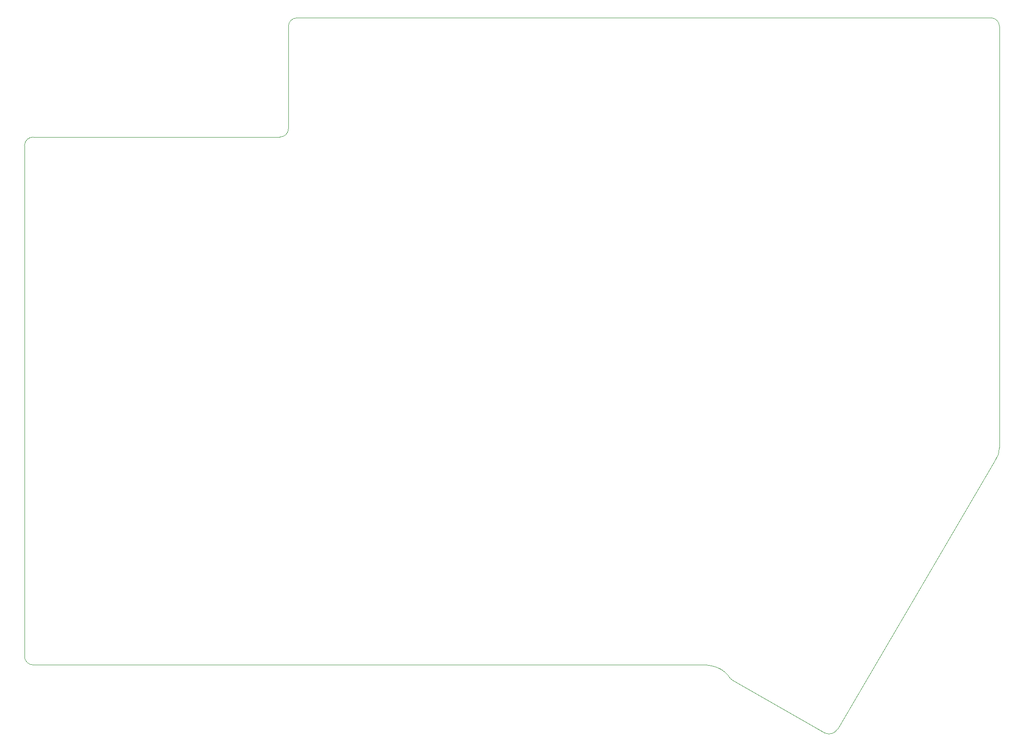
<source format=gm1>
G04 #@! TF.GenerationSoftware,KiCad,Pcbnew,5.1.10*
G04 #@! TF.CreationDate,2021-08-07T14:45:58-04:00*
G04 #@! TF.ProjectId,v05_left,7630355f-6c65-4667-942e-6b696361645f,rev?*
G04 #@! TF.SameCoordinates,Original*
G04 #@! TF.FileFunction,Profile,NP*
%FSLAX46Y46*%
G04 Gerber Fmt 4.6, Leading zero omitted, Abs format (unit mm)*
G04 Created by KiCad (PCBNEW 5.1.10) date 2021-08-07 14:45:58*
%MOMM*%
%LPD*%
G01*
G04 APERTURE LIST*
G04 #@! TA.AperFunction,Profile*
%ADD10C,0.050000*%
G04 #@! TD*
G04 APERTURE END LIST*
D10*
X-44054417Y-129971852D02*
G75*
G02*
X-44999999Y-128999999I1054417J1971852D01*
G01*
X3968750Y-6349874D02*
G75*
G02*
X5556250Y-7957500I0J-1587626D01*
G01*
X5556250Y-86516665D02*
G75*
G02*
X4762501Y-88900000I-3968749J-2085D01*
G01*
X-49212500Y-127000000D02*
G75*
G02*
X-48076694Y-127197865I-1212583J-10319458D01*
G01*
X-48076450Y-127196400D02*
G75*
G02*
X-44999999Y-128999999I-820998J-4925994D01*
G01*
X-24606250Y-138906249D02*
G75*
G02*
X-26987499Y-139699999I-1587500J793749D01*
G01*
X-174625000Y-127000000D02*
G75*
G02*
X-176212500Y-125412500I0J1587500D01*
G01*
X-176212500Y-30162500D02*
G75*
G02*
X-174625000Y-28575000I1587500J0D01*
G01*
X-127000000Y-26987500D02*
G75*
G02*
X-128587500Y-28575000I-1587500J0D01*
G01*
X-127000000Y-7937500D02*
G75*
G02*
X-125412500Y-6350000I1587500J0D01*
G01*
X5556250Y-7957500D02*
X5556250Y-86518750D01*
X-176212500Y-125412500D02*
X-176212500Y-30162500D01*
X-49212500Y-127000000D02*
X-174625000Y-127000000D01*
X-26987499Y-139699999D02*
X-44054417Y-129971851D01*
X4762501Y-88900000D02*
X-24606250Y-138906250D01*
X-125412500Y-6350000D02*
X3968750Y-6349874D01*
X-127000000Y-26987500D02*
X-127000000Y-7937500D01*
X-174625000Y-28575000D02*
X-128587500Y-28575000D01*
M02*

</source>
